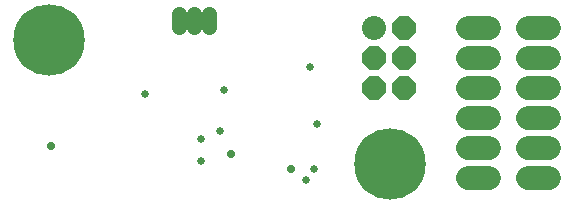
<source format=gbr>
G04 EAGLE Gerber RS-274X export*
G75*
%MOMM*%
%FSLAX34Y34*%
%LPD*%
%INSoldermask Bottom*%
%IPPOS*%
%AMOC8*
5,1,8,0,0,1.08239X$1,22.5*%
G01*
%ADD10C,1.311200*%
%ADD11C,2.032000*%
%ADD12C,6.045200*%
%ADD13C,2.032000*%
%ADD14P,2.199416X8X292.500000*%
%ADD15C,0.655600*%
%ADD16C,0.705600*%


D10*
X177800Y164560D02*
X177800Y175640D01*
X165100Y175640D02*
X165100Y164560D01*
X152400Y164560D02*
X152400Y175640D01*
D11*
X397256Y163750D02*
X415544Y163750D01*
X415544Y138350D02*
X397256Y138350D01*
X397256Y112950D02*
X415544Y112950D01*
X415544Y87550D02*
X397256Y87550D01*
X397256Y62150D02*
X415544Y62150D01*
X415544Y36750D02*
X397256Y36750D01*
X448056Y163750D02*
X466344Y163750D01*
X466344Y138350D02*
X448056Y138350D01*
X448056Y112950D02*
X466344Y112950D01*
X466344Y87550D02*
X448056Y87550D01*
X448056Y62150D02*
X466344Y62150D01*
X466344Y36750D02*
X448056Y36750D01*
D12*
X331000Y48000D03*
X43000Y153000D03*
D13*
X317500Y163750D03*
D14*
X317500Y138350D03*
X317500Y112950D03*
X342900Y163750D03*
X342900Y138350D03*
X342900Y112950D03*
D15*
X266700Y44450D03*
D16*
X44450Y63500D03*
X196850Y57150D03*
X196850Y57150D03*
X196850Y57150D03*
X247650Y44450D03*
D15*
X187325Y76200D03*
X171450Y50800D03*
X260350Y34925D03*
X269875Y82550D03*
X123825Y107950D03*
X190500Y111125D03*
X171450Y69850D03*
X263525Y130175D03*
M02*

</source>
